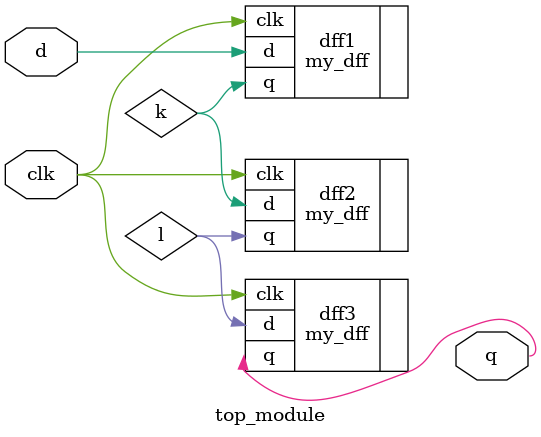
<source format=v>
module top_module ( input clk, input d, output q );
    wire k,l;
    my_dff dff1(.clk(clk),.d(d),.q(k));
    my_dff dff2(.clk(clk),.d(k),.q(l));
    my_dff dff3(.clk(clk),.d(l),.q(q));
    //connects by position
       /* my_dff d1 ( clk, d, k );
	my_dff d2 ( clk, k, l );
	my_dff d3 ( clk, l, q ); */
endmodule

</source>
